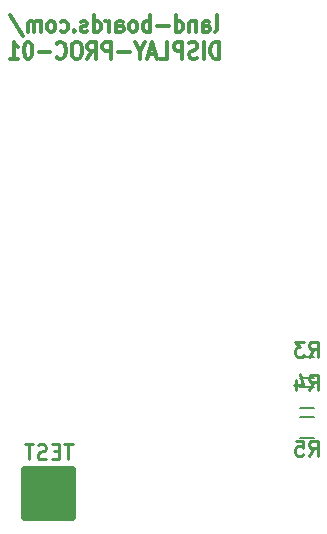
<source format=gbo>
G04 #@! TF.FileFunction,Legend,Bot*
%FSLAX46Y46*%
G04 Gerber Fmt 4.6, Leading zero omitted, Abs format (unit mm)*
G04 Created by KiCad (PCBNEW (after 2015-mar-04 BZR unknown)-product) date 11/7/2016 1:25:55 PM*
%MOMM*%
G01*
G04 APERTURE LIST*
%ADD10C,0.150000*%
%ADD11C,0.304800*%
%ADD12C,0.650000*%
%ADD13C,0.254000*%
G04 APERTURE END LIST*
D10*
D11*
X181978905Y-84845676D02*
X182099858Y-84779152D01*
X182160334Y-84646105D01*
X182160334Y-83448676D01*
X180950810Y-84845676D02*
X180950810Y-84113914D01*
X181011287Y-83980867D01*
X181132239Y-83914343D01*
X181374144Y-83914343D01*
X181495096Y-83980867D01*
X180950810Y-84779152D02*
X181071763Y-84845676D01*
X181374144Y-84845676D01*
X181495096Y-84779152D01*
X181555572Y-84646105D01*
X181555572Y-84513057D01*
X181495096Y-84380010D01*
X181374144Y-84313486D01*
X181071763Y-84313486D01*
X180950810Y-84246962D01*
X180346048Y-83914343D02*
X180346048Y-84845676D01*
X180346048Y-84047390D02*
X180285572Y-83980867D01*
X180164619Y-83914343D01*
X179983191Y-83914343D01*
X179862239Y-83980867D01*
X179801762Y-84113914D01*
X179801762Y-84845676D01*
X178652714Y-84845676D02*
X178652714Y-83448676D01*
X178652714Y-84779152D02*
X178773667Y-84845676D01*
X179015571Y-84845676D01*
X179136524Y-84779152D01*
X179197000Y-84712629D01*
X179257476Y-84579581D01*
X179257476Y-84180438D01*
X179197000Y-84047390D01*
X179136524Y-83980867D01*
X179015571Y-83914343D01*
X178773667Y-83914343D01*
X178652714Y-83980867D01*
X178047952Y-84313486D02*
X177080333Y-84313486D01*
X176475571Y-84845676D02*
X176475571Y-83448676D01*
X176475571Y-83980867D02*
X176354619Y-83914343D01*
X176112714Y-83914343D01*
X175991762Y-83980867D01*
X175931285Y-84047390D01*
X175870809Y-84180438D01*
X175870809Y-84579581D01*
X175931285Y-84712629D01*
X175991762Y-84779152D01*
X176112714Y-84845676D01*
X176354619Y-84845676D01*
X176475571Y-84779152D01*
X175145094Y-84845676D02*
X175266047Y-84779152D01*
X175326523Y-84712629D01*
X175386999Y-84579581D01*
X175386999Y-84180438D01*
X175326523Y-84047390D01*
X175266047Y-83980867D01*
X175145094Y-83914343D01*
X174963666Y-83914343D01*
X174842714Y-83980867D01*
X174782237Y-84047390D01*
X174721761Y-84180438D01*
X174721761Y-84579581D01*
X174782237Y-84712629D01*
X174842714Y-84779152D01*
X174963666Y-84845676D01*
X175145094Y-84845676D01*
X173633189Y-84845676D02*
X173633189Y-84113914D01*
X173693666Y-83980867D01*
X173814618Y-83914343D01*
X174056523Y-83914343D01*
X174177475Y-83980867D01*
X173633189Y-84779152D02*
X173754142Y-84845676D01*
X174056523Y-84845676D01*
X174177475Y-84779152D01*
X174237951Y-84646105D01*
X174237951Y-84513057D01*
X174177475Y-84380010D01*
X174056523Y-84313486D01*
X173754142Y-84313486D01*
X173633189Y-84246962D01*
X173028427Y-84845676D02*
X173028427Y-83914343D01*
X173028427Y-84180438D02*
X172967951Y-84047390D01*
X172907475Y-83980867D01*
X172786522Y-83914343D01*
X172665570Y-83914343D01*
X171697951Y-84845676D02*
X171697951Y-83448676D01*
X171697951Y-84779152D02*
X171818904Y-84845676D01*
X172060808Y-84845676D01*
X172181761Y-84779152D01*
X172242237Y-84712629D01*
X172302713Y-84579581D01*
X172302713Y-84180438D01*
X172242237Y-84047390D01*
X172181761Y-83980867D01*
X172060808Y-83914343D01*
X171818904Y-83914343D01*
X171697951Y-83980867D01*
X171153665Y-84779152D02*
X171032713Y-84845676D01*
X170790808Y-84845676D01*
X170669856Y-84779152D01*
X170609380Y-84646105D01*
X170609380Y-84579581D01*
X170669856Y-84446533D01*
X170790808Y-84380010D01*
X170972237Y-84380010D01*
X171093189Y-84313486D01*
X171153665Y-84180438D01*
X171153665Y-84113914D01*
X171093189Y-83980867D01*
X170972237Y-83914343D01*
X170790808Y-83914343D01*
X170669856Y-83980867D01*
X170065094Y-84712629D02*
X170004618Y-84779152D01*
X170065094Y-84845676D01*
X170125570Y-84779152D01*
X170065094Y-84712629D01*
X170065094Y-84845676D01*
X168916046Y-84779152D02*
X169036999Y-84845676D01*
X169278903Y-84845676D01*
X169399856Y-84779152D01*
X169460332Y-84712629D01*
X169520808Y-84579581D01*
X169520808Y-84180438D01*
X169460332Y-84047390D01*
X169399856Y-83980867D01*
X169278903Y-83914343D01*
X169036999Y-83914343D01*
X168916046Y-83980867D01*
X168190332Y-84845676D02*
X168311285Y-84779152D01*
X168371761Y-84712629D01*
X168432237Y-84579581D01*
X168432237Y-84180438D01*
X168371761Y-84047390D01*
X168311285Y-83980867D01*
X168190332Y-83914343D01*
X168008904Y-83914343D01*
X167887952Y-83980867D01*
X167827475Y-84047390D01*
X167766999Y-84180438D01*
X167766999Y-84579581D01*
X167827475Y-84712629D01*
X167887952Y-84779152D01*
X168008904Y-84845676D01*
X168190332Y-84845676D01*
X167222713Y-84845676D02*
X167222713Y-83914343D01*
X167222713Y-84047390D02*
X167162237Y-83980867D01*
X167041284Y-83914343D01*
X166859856Y-83914343D01*
X166738904Y-83980867D01*
X166678427Y-84113914D01*
X166678427Y-84845676D01*
X166678427Y-84113914D02*
X166617951Y-83980867D01*
X166496999Y-83914343D01*
X166315570Y-83914343D01*
X166194618Y-83980867D01*
X166134142Y-84113914D01*
X166134142Y-84845676D01*
X164622237Y-83382152D02*
X165710809Y-85178295D01*
X182311523Y-87106276D02*
X182311523Y-85709276D01*
X182009142Y-85709276D01*
X181827714Y-85775800D01*
X181706761Y-85908848D01*
X181646285Y-86041895D01*
X181585809Y-86307990D01*
X181585809Y-86507562D01*
X181646285Y-86773657D01*
X181706761Y-86906705D01*
X181827714Y-87039752D01*
X182009142Y-87106276D01*
X182311523Y-87106276D01*
X181041523Y-87106276D02*
X181041523Y-85709276D01*
X180497237Y-87039752D02*
X180315809Y-87106276D01*
X180013428Y-87106276D01*
X179892475Y-87039752D01*
X179831999Y-86973229D01*
X179771523Y-86840181D01*
X179771523Y-86707133D01*
X179831999Y-86574086D01*
X179892475Y-86507562D01*
X180013428Y-86441038D01*
X180255332Y-86374514D01*
X180376285Y-86307990D01*
X180436761Y-86241467D01*
X180497237Y-86108419D01*
X180497237Y-85975371D01*
X180436761Y-85842324D01*
X180376285Y-85775800D01*
X180255332Y-85709276D01*
X179952952Y-85709276D01*
X179771523Y-85775800D01*
X179227237Y-87106276D02*
X179227237Y-85709276D01*
X178743428Y-85709276D01*
X178622475Y-85775800D01*
X178561999Y-85842324D01*
X178501523Y-85975371D01*
X178501523Y-86174943D01*
X178561999Y-86307990D01*
X178622475Y-86374514D01*
X178743428Y-86441038D01*
X179227237Y-86441038D01*
X177352475Y-87106276D02*
X177957237Y-87106276D01*
X177957237Y-85709276D01*
X176989618Y-86707133D02*
X176384856Y-86707133D01*
X177110571Y-87106276D02*
X176687237Y-85709276D01*
X176263904Y-87106276D01*
X175598666Y-86441038D02*
X175598666Y-87106276D01*
X176022000Y-85709276D02*
X175598666Y-86441038D01*
X175175333Y-85709276D01*
X174752000Y-86574086D02*
X173784381Y-86574086D01*
X173179619Y-87106276D02*
X173179619Y-85709276D01*
X172695810Y-85709276D01*
X172574857Y-85775800D01*
X172514381Y-85842324D01*
X172453905Y-85975371D01*
X172453905Y-86174943D01*
X172514381Y-86307990D01*
X172574857Y-86374514D01*
X172695810Y-86441038D01*
X173179619Y-86441038D01*
X171183905Y-87106276D02*
X171607238Y-86441038D01*
X171909619Y-87106276D02*
X171909619Y-85709276D01*
X171425810Y-85709276D01*
X171304857Y-85775800D01*
X171244381Y-85842324D01*
X171183905Y-85975371D01*
X171183905Y-86174943D01*
X171244381Y-86307990D01*
X171304857Y-86374514D01*
X171425810Y-86441038D01*
X171909619Y-86441038D01*
X170397714Y-85709276D02*
X170155810Y-85709276D01*
X170034857Y-85775800D01*
X169913905Y-85908848D01*
X169853429Y-86174943D01*
X169853429Y-86640610D01*
X169913905Y-86906705D01*
X170034857Y-87039752D01*
X170155810Y-87106276D01*
X170397714Y-87106276D01*
X170518667Y-87039752D01*
X170639619Y-86906705D01*
X170700095Y-86640610D01*
X170700095Y-86174943D01*
X170639619Y-85908848D01*
X170518667Y-85775800D01*
X170397714Y-85709276D01*
X168583429Y-86973229D02*
X168643905Y-87039752D01*
X168825334Y-87106276D01*
X168946286Y-87106276D01*
X169127714Y-87039752D01*
X169248667Y-86906705D01*
X169309143Y-86773657D01*
X169369619Y-86507562D01*
X169369619Y-86307990D01*
X169309143Y-86041895D01*
X169248667Y-85908848D01*
X169127714Y-85775800D01*
X168946286Y-85709276D01*
X168825334Y-85709276D01*
X168643905Y-85775800D01*
X168583429Y-85842324D01*
X168039143Y-86574086D02*
X167071524Y-86574086D01*
X166224857Y-85709276D02*
X166103905Y-85709276D01*
X165982953Y-85775800D01*
X165922476Y-85842324D01*
X165862000Y-85975371D01*
X165801524Y-86241467D01*
X165801524Y-86574086D01*
X165862000Y-86840181D01*
X165922476Y-86973229D01*
X165982953Y-87039752D01*
X166103905Y-87106276D01*
X166224857Y-87106276D01*
X166345810Y-87039752D01*
X166406286Y-86973229D01*
X166466762Y-86840181D01*
X166527238Y-86574086D01*
X166527238Y-86241467D01*
X166466762Y-85975371D01*
X166406286Y-85842324D01*
X166345810Y-85775800D01*
X166224857Y-85709276D01*
X164592000Y-87106276D02*
X165317714Y-87106276D01*
X164954857Y-87106276D02*
X164954857Y-85709276D01*
X165075809Y-85908848D01*
X165196762Y-86041895D01*
X165317714Y-86108419D01*
D10*
X190338000Y-112409000D02*
X189138000Y-112409000D01*
X189138000Y-114159000D02*
X190338000Y-114159000D01*
X190338000Y-114949000D02*
X189138000Y-114949000D01*
X189138000Y-116699000D02*
X190338000Y-116699000D01*
X190338000Y-117489000D02*
X189138000Y-117489000D01*
X189138000Y-119239000D02*
X190338000Y-119239000D01*
D12*
X165894000Y-121952000D02*
X169894000Y-121952000D01*
X169894000Y-121952000D02*
X169894000Y-125952000D01*
X169894000Y-125952000D02*
X165894000Y-125952000D01*
X165894000Y-125952000D02*
X165894000Y-121952000D01*
X165894000Y-121952000D02*
X165894000Y-122452000D01*
X165894000Y-122452000D02*
X169894000Y-122452000D01*
X169894000Y-122452000D02*
X169894000Y-122952000D01*
X169894000Y-122952000D02*
X165894000Y-122952000D01*
X165894000Y-122952000D02*
X165894000Y-123452000D01*
X165894000Y-123452000D02*
X169894000Y-123452000D01*
X169894000Y-123452000D02*
X169894000Y-123952000D01*
X169894000Y-123952000D02*
X165894000Y-123952000D01*
X165894000Y-123952000D02*
X165894000Y-124452000D01*
X165894000Y-124452000D02*
X169394000Y-124452000D01*
X169394000Y-124452000D02*
X169894000Y-124452000D01*
X169894000Y-124452000D02*
X169894000Y-124952000D01*
X169894000Y-124952000D02*
X165894000Y-124952000D01*
X165894000Y-124952000D02*
X165894000Y-125452000D01*
X165894000Y-125452000D02*
X169894000Y-125452000D01*
D13*
X189949667Y-112334524D02*
X190373000Y-111729762D01*
X190675381Y-112334524D02*
X190675381Y-111064524D01*
X190191572Y-111064524D01*
X190070619Y-111125000D01*
X190010143Y-111185476D01*
X189949667Y-111306429D01*
X189949667Y-111487857D01*
X190010143Y-111608810D01*
X190070619Y-111669286D01*
X190191572Y-111729762D01*
X190675381Y-111729762D01*
X189526333Y-111064524D02*
X188740143Y-111064524D01*
X189163476Y-111548333D01*
X188982048Y-111548333D01*
X188861095Y-111608810D01*
X188800619Y-111669286D01*
X188740143Y-111790238D01*
X188740143Y-112092619D01*
X188800619Y-112213571D01*
X188861095Y-112274048D01*
X188982048Y-112334524D01*
X189344905Y-112334524D01*
X189465857Y-112274048D01*
X189526333Y-112213571D01*
X189949667Y-115128524D02*
X190373000Y-114523762D01*
X190675381Y-115128524D02*
X190675381Y-113858524D01*
X190191572Y-113858524D01*
X190070619Y-113919000D01*
X190010143Y-113979476D01*
X189949667Y-114100429D01*
X189949667Y-114281857D01*
X190010143Y-114402810D01*
X190070619Y-114463286D01*
X190191572Y-114523762D01*
X190675381Y-114523762D01*
X188861095Y-114281857D02*
X188861095Y-115128524D01*
X189163476Y-113798048D02*
X189465857Y-114705190D01*
X188679667Y-114705190D01*
X189949667Y-120716524D02*
X190373000Y-120111762D01*
X190675381Y-120716524D02*
X190675381Y-119446524D01*
X190191572Y-119446524D01*
X190070619Y-119507000D01*
X190010143Y-119567476D01*
X189949667Y-119688429D01*
X189949667Y-119869857D01*
X190010143Y-119990810D01*
X190070619Y-120051286D01*
X190191572Y-120111762D01*
X190675381Y-120111762D01*
X188800619Y-119446524D02*
X189405381Y-119446524D01*
X189465857Y-120051286D01*
X189405381Y-119990810D01*
X189284429Y-119930333D01*
X188982048Y-119930333D01*
X188861095Y-119990810D01*
X188800619Y-120051286D01*
X188740143Y-120172238D01*
X188740143Y-120474619D01*
X188800619Y-120595571D01*
X188861095Y-120656048D01*
X188982048Y-120716524D01*
X189284429Y-120716524D01*
X189405381Y-120656048D01*
X189465857Y-120595571D01*
X169919953Y-119756524D02*
X169194238Y-119756524D01*
X169557095Y-121026524D02*
X169557095Y-119756524D01*
X168770905Y-120361286D02*
X168347572Y-120361286D01*
X168166143Y-121026524D02*
X168770905Y-121026524D01*
X168770905Y-119756524D01*
X168166143Y-119756524D01*
X167682333Y-120966048D02*
X167500905Y-121026524D01*
X167198524Y-121026524D01*
X167077571Y-120966048D01*
X167017095Y-120905571D01*
X166956619Y-120784619D01*
X166956619Y-120663667D01*
X167017095Y-120542714D01*
X167077571Y-120482238D01*
X167198524Y-120421762D01*
X167440428Y-120361286D01*
X167561381Y-120300810D01*
X167621857Y-120240333D01*
X167682333Y-120119381D01*
X167682333Y-119998429D01*
X167621857Y-119877476D01*
X167561381Y-119817000D01*
X167440428Y-119756524D01*
X167138048Y-119756524D01*
X166956619Y-119817000D01*
X166593762Y-119756524D02*
X165868047Y-119756524D01*
X166230904Y-121026524D02*
X166230904Y-119756524D01*
M02*

</source>
